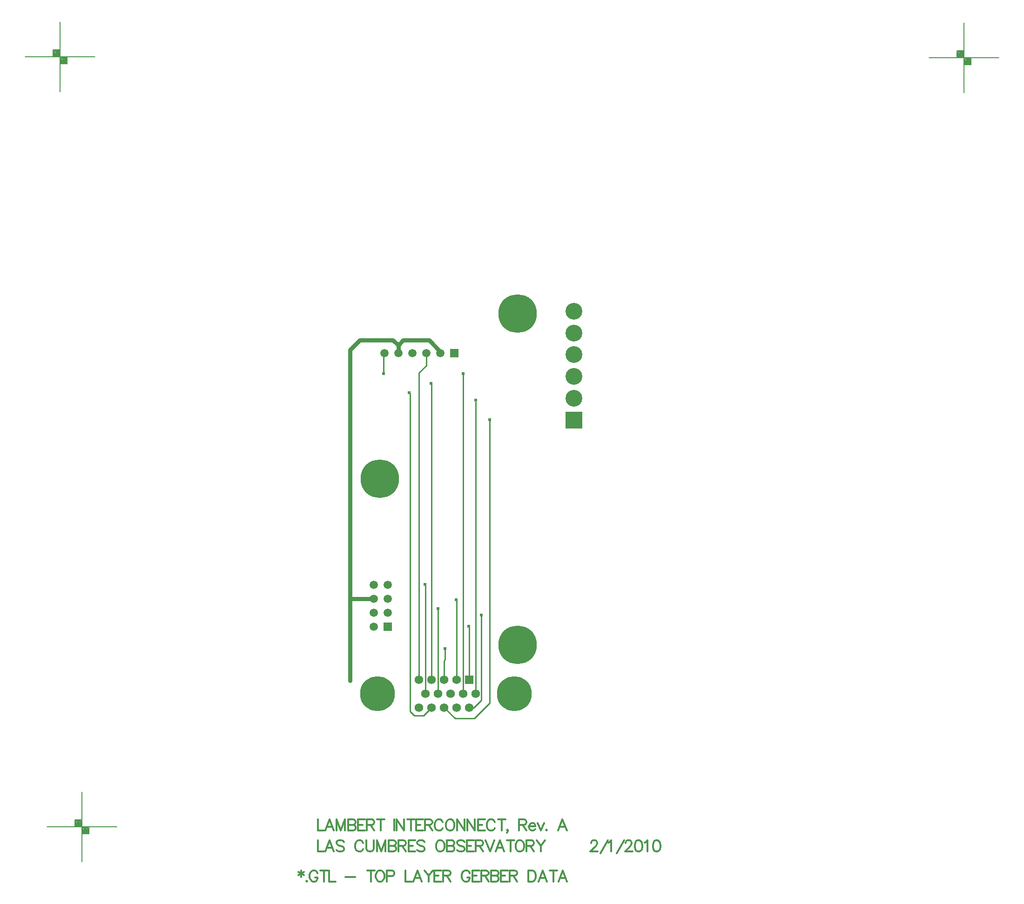
<source format=gtl>
%FSLAX25Y25*%
%MOIN*%
G70*
G01*
G75*
G04 Layer_Physical_Order=1*
G04 Layer_Color=255*
%ADD10C,0.01000*%
%ADD11C,0.03000*%
%ADD12C,0.01201*%
%ADD13C,0.00800*%
%ADD14C,0.01200*%
%ADD15C,0.01201*%
%ADD16R,0.05906X0.05906*%
%ADD17C,0.05906*%
%ADD18C,0.27559*%
%ADD19R,0.05906X0.05906*%
%ADD20R,0.12000X0.12000*%
%ADD21C,0.12000*%
%ADD22C,0.25000*%
%ADD23R,0.06200X0.06200*%
%ADD24C,0.06200*%
%ADD25C,0.02400*%
D10*
X68504Y32835D02*
Y244696D01*
X100039Y22835D02*
Y231961D01*
X98835Y12835D02*
X104139Y18139D01*
X95551Y12835D02*
X98835D01*
X77520D02*
X85354Y5000D01*
X99000D01*
X110000Y16000D01*
X62669Y7000D02*
X68504Y12835D01*
X56000Y7000D02*
X62669D01*
X53000Y10000D02*
X56000Y7000D01*
X110000Y16000D02*
Y218000D01*
X104139Y18139D02*
Y62000D01*
Y62861D01*
Y62000D02*
Y78861D01*
X104000Y79000D02*
X104139Y78861D01*
X95551Y32835D02*
Y70449D01*
X95000Y71000D02*
X95551Y70449D01*
X91024Y22835D02*
Y61000D01*
Y62000D01*
Y61000D02*
Y251976D01*
X91000Y252000D02*
X91024Y251976D01*
X34000Y252000D02*
Y266283D01*
X86535Y32835D02*
Y89465D01*
X86000Y90000D02*
X86535Y89465D01*
X77520Y32835D02*
Y46520D01*
X78000Y47000D01*
Y55000D01*
X72992Y22835D02*
Y83792D01*
X73000Y83800D01*
X68000Y245200D02*
X68504Y244696D01*
X63976Y22835D02*
Y101224D01*
X63900Y101300D02*
X63976Y101224D01*
X59488Y32835D02*
Y252788D01*
X64646Y257946D01*
Y266929D01*
X53000Y10000D02*
Y238000D01*
X52500Y238500D02*
X53000Y238000D01*
D11*
X10134Y90866D02*
X27008D01*
X10000Y32000D02*
Y91000D01*
X10134Y90866D01*
X44646Y266929D02*
Y272454D01*
X40900Y276200D02*
X44646Y272454D01*
X17100Y276200D02*
X40900D01*
X10000Y91000D02*
Y269100D01*
X17100Y276200D01*
X44646Y272454D02*
X48200Y276009D01*
X66591D01*
X74646Y267954D01*
Y266929D02*
Y267954D01*
D12*
X-24867Y-103813D02*
Y-108383D01*
X-26772Y-104955D02*
X-22963Y-107241D01*
Y-104955D02*
X-26772Y-107241D01*
X-20944Y-111049D02*
X-21325Y-111430D01*
X-20944Y-111811D01*
X-20563Y-111430D01*
X-20944Y-111049D01*
X-13098Y-105717D02*
X-13479Y-104955D01*
X-14241Y-104194D01*
X-15003Y-103813D01*
X-16526D01*
X-17288Y-104194D01*
X-18050Y-104955D01*
X-18431Y-105717D01*
X-18811Y-106860D01*
Y-108764D01*
X-18431Y-109907D01*
X-18050Y-110668D01*
X-17288Y-111430D01*
X-16526Y-111811D01*
X-15003D01*
X-14241Y-111430D01*
X-13479Y-110668D01*
X-13098Y-109907D01*
Y-108764D01*
X-15003D02*
X-13098D01*
X-8604Y-103813D02*
Y-111811D01*
X-11270Y-103813D02*
X-5938D01*
X-4986D02*
Y-111811D01*
X-415D01*
X6745Y-108383D02*
X13601D01*
X24913Y-103813D02*
Y-111811D01*
X22246Y-103813D02*
X27579D01*
X30816D02*
X30054Y-104194D01*
X29293Y-104955D01*
X28912Y-105717D01*
X28531Y-106860D01*
Y-108764D01*
X28912Y-109907D01*
X29293Y-110668D01*
X30054Y-111430D01*
X30816Y-111811D01*
X32340D01*
X33101Y-111430D01*
X33863Y-110668D01*
X34244Y-109907D01*
X34625Y-108764D01*
Y-106860D01*
X34244Y-105717D01*
X33863Y-104955D01*
X33101Y-104194D01*
X32340Y-103813D01*
X30816D01*
X36491Y-108002D02*
X39919D01*
X41061Y-107621D01*
X41442Y-107241D01*
X41823Y-106479D01*
Y-105336D01*
X41442Y-104575D01*
X41061Y-104194D01*
X39919Y-103813D01*
X36491D01*
Y-111811D01*
X49898Y-103813D02*
Y-111811D01*
X54468D01*
X61438D02*
X58391Y-103813D01*
X55344Y-111811D01*
X56487Y-109145D02*
X60295D01*
X63304Y-103813D02*
X66351Y-107621D01*
Y-111811D01*
X69398Y-103813D02*
X66351Y-107621D01*
X75378Y-103813D02*
X70427D01*
Y-111811D01*
X75378D01*
X70427Y-107621D02*
X73474D01*
X76711Y-103813D02*
Y-111811D01*
Y-103813D02*
X80139D01*
X81281Y-104194D01*
X81662Y-104575D01*
X82043Y-105336D01*
Y-106098D01*
X81662Y-106860D01*
X81281Y-107241D01*
X80139Y-107621D01*
X76711D01*
X79377D02*
X82043Y-111811D01*
X95831Y-105717D02*
X95450Y-104955D01*
X94688Y-104194D01*
X93926Y-103813D01*
X92403D01*
X91641Y-104194D01*
X90879Y-104955D01*
X90499Y-105717D01*
X90118Y-106860D01*
Y-108764D01*
X90499Y-109907D01*
X90879Y-110668D01*
X91641Y-111430D01*
X92403Y-111811D01*
X93926D01*
X94688Y-111430D01*
X95450Y-110668D01*
X95831Y-109907D01*
Y-108764D01*
X93926D02*
X95831D01*
X102610Y-103813D02*
X97659D01*
Y-111811D01*
X102610D01*
X97659Y-107621D02*
X100706D01*
X103943Y-103813D02*
Y-111811D01*
Y-103813D02*
X107371D01*
X108514Y-104194D01*
X108895Y-104575D01*
X109275Y-105336D01*
Y-106098D01*
X108895Y-106860D01*
X108514Y-107241D01*
X107371Y-107621D01*
X103943D01*
X106609D02*
X109275Y-111811D01*
X111065Y-103813D02*
Y-111811D01*
Y-103813D02*
X114493D01*
X115636Y-104194D01*
X116017Y-104575D01*
X116398Y-105336D01*
Y-106098D01*
X116017Y-106860D01*
X115636Y-107241D01*
X114493Y-107621D01*
X111065D02*
X114493D01*
X115636Y-108002D01*
X116017Y-108383D01*
X116398Y-109145D01*
Y-110287D01*
X116017Y-111049D01*
X115636Y-111430D01*
X114493Y-111811D01*
X111065D01*
X123139Y-103813D02*
X118188D01*
Y-111811D01*
X123139D01*
X118188Y-107621D02*
X121235D01*
X124472Y-103813D02*
Y-111811D01*
Y-103813D02*
X127900D01*
X129043Y-104194D01*
X129423Y-104575D01*
X129804Y-105336D01*
Y-106098D01*
X129423Y-106860D01*
X129043Y-107241D01*
X127900Y-107621D01*
X124472D01*
X127138D02*
X129804Y-111811D01*
X137879Y-103813D02*
Y-111811D01*
Y-103813D02*
X140545D01*
X141688Y-104194D01*
X142449Y-104955D01*
X142830Y-105717D01*
X143211Y-106860D01*
Y-108764D01*
X142830Y-109907D01*
X142449Y-110668D01*
X141688Y-111430D01*
X140545Y-111811D01*
X137879D01*
X151095D02*
X148048Y-103813D01*
X145001Y-111811D01*
X146144Y-109145D02*
X149952D01*
X155627Y-103813D02*
Y-111811D01*
X152961Y-103813D02*
X158293D01*
X165340Y-111811D02*
X162293Y-103813D01*
X159246Y-111811D01*
X160388Y-109145D02*
X164197D01*
D13*
X-207028Y-72528D02*
X-157028D01*
X-182028Y-97528D02*
Y-47528D01*
X-187028Y-67528D02*
X-187028Y-72528D01*
X-187028Y-67528D02*
X-182028Y-67528D01*
X-177028Y-72528D02*
X-177028Y-77528D01*
X-182028Y-77528D02*
X-177028Y-77528D01*
X-181528Y-73028D02*
X-177528D01*
Y-77028D02*
Y-73028D01*
X-181528Y-77028D02*
X-177528D01*
X-181528D02*
Y-73028D01*
X-181028Y-73528D02*
X-178028D01*
Y-76528D02*
Y-73528D01*
X-181028Y-76528D02*
X-178028D01*
X-181028D02*
Y-74028D01*
X-180528D02*
X-178528D01*
X-178528Y-76028D01*
X-180528Y-76028D02*
X-178528Y-76028D01*
X-180528Y-76028D02*
Y-74528D01*
X-180028Y-74528D02*
X-179028Y-74528D01*
Y-75528D02*
Y-74528D01*
X-180028Y-75528D02*
X-179028D01*
X-180028D02*
X-180028Y-74528D01*
Y-75028D02*
X-179028D01*
X-186528Y-68028D02*
X-182528D01*
Y-72028D02*
Y-68028D01*
X-186528Y-72028D02*
X-182528D01*
X-186528D02*
Y-68028D01*
X-186028Y-68528D02*
X-183028D01*
Y-71528D02*
Y-68528D01*
X-186028Y-71528D02*
X-183028D01*
X-186028D02*
Y-69028D01*
X-185528D02*
X-183528Y-69028D01*
Y-71028D02*
Y-69028D01*
X-185528Y-71028D02*
X-183528D01*
X-185528D02*
Y-69528D01*
X-185028D02*
X-184028D01*
X-184028Y-70528D02*
X-184028Y-69528D01*
X-185028Y-70528D02*
X-184028Y-70528D01*
X-185028Y-70528D02*
Y-69528D01*
Y-70028D02*
X-184028D01*
X-222728Y479172D02*
X-172728D01*
X-197728Y454172D02*
Y504172D01*
X-202728Y484172D02*
X-202728Y479172D01*
X-202728Y484172D02*
X-197728Y484172D01*
X-192728Y479172D02*
X-192728Y474172D01*
X-197728Y474172D02*
X-192728Y474172D01*
X-197228Y478672D02*
X-193228D01*
Y474672D02*
Y478672D01*
X-197228Y474672D02*
X-193228D01*
X-197228D02*
Y478672D01*
X-196728Y478172D02*
X-193728D01*
Y475172D02*
Y478172D01*
X-196728Y475172D02*
X-193728D01*
X-196728D02*
Y477672D01*
X-196228D02*
X-194228D01*
X-194228Y475672D01*
X-196228Y475672D02*
X-194228Y475672D01*
X-196228Y475672D02*
Y477172D01*
X-195728Y477172D02*
X-194728Y477172D01*
Y476172D02*
Y477172D01*
X-195728Y476172D02*
X-194728D01*
X-195728D02*
X-195728Y477172D01*
Y476672D02*
X-194728D01*
X-202228Y483672D02*
X-198228D01*
Y479672D02*
Y483672D01*
X-202228Y479672D02*
X-198228D01*
X-202228D02*
Y483672D01*
X-201728Y483172D02*
X-198728D01*
Y480172D02*
Y483172D01*
X-201728Y480172D02*
X-198728D01*
X-201728D02*
Y482672D01*
X-201228D02*
X-199228Y482672D01*
Y480672D02*
Y482672D01*
X-201227Y480672D02*
X-199228D01*
X-201227D02*
Y482172D01*
X-200728D02*
X-199727D01*
X-199728Y481172D02*
X-199727Y482172D01*
X-200728Y481172D02*
X-199728Y481172D01*
X-200728Y481172D02*
Y482172D01*
Y481672D02*
X-199728D01*
X424872Y478372D02*
X474872D01*
X449872Y453372D02*
Y503372D01*
X444872Y483372D02*
X444873Y478372D01*
X444872Y483372D02*
X449872Y483372D01*
X454872Y478372D02*
X454872Y473372D01*
X449872Y473372D02*
X454872Y473372D01*
X450372Y477872D02*
X454372D01*
Y473872D02*
Y477872D01*
X450372Y473872D02*
X454372D01*
X450372D02*
Y477872D01*
X450872Y477372D02*
X453872D01*
Y474372D02*
Y477372D01*
X450872Y474372D02*
X453872D01*
X450872D02*
Y476872D01*
X451372D02*
X453372D01*
X453372Y474872D01*
X451372Y474872D02*
X453372Y474872D01*
X451372Y474872D02*
Y476372D01*
X451872Y476372D02*
X452872Y476372D01*
Y475372D02*
Y476372D01*
X451872Y475372D02*
X452872D01*
X451872D02*
X451872Y476372D01*
Y475872D02*
X452872D01*
X445372Y482872D02*
X449372D01*
Y478872D02*
Y482872D01*
X445372Y478872D02*
X449372D01*
X445372D02*
Y482872D01*
X445872Y482372D02*
X448872D01*
Y479372D02*
Y482372D01*
X445872Y479372D02*
X448872D01*
X445872D02*
Y481872D01*
X446372D02*
X448372Y481872D01*
Y479872D02*
Y481872D01*
X446373Y479872D02*
X448372D01*
X446373D02*
Y481372D01*
X446872D02*
X447872D01*
X447872Y480372D02*
X447872Y481372D01*
X446872Y480372D02*
X447872Y480372D01*
X446872Y480372D02*
Y481372D01*
Y480872D02*
X447872D01*
D14*
X-13028Y-67283D02*
Y-75281D01*
X-8458D01*
X-1488D02*
X-4535Y-67283D01*
X-7582Y-75281D01*
X-6439Y-72615D02*
X-2631D01*
X378Y-67283D02*
Y-75281D01*
Y-67283D02*
X3425Y-75281D01*
X6472Y-67283D02*
X3425Y-75281D01*
X6472Y-67283D02*
Y-75281D01*
X8758Y-67283D02*
Y-75281D01*
Y-67283D02*
X12185D01*
X13328Y-67664D01*
X13709Y-68045D01*
X14090Y-68806D01*
Y-69568D01*
X13709Y-70330D01*
X13328Y-70711D01*
X12185Y-71092D01*
X8758D02*
X12185D01*
X13328Y-71472D01*
X13709Y-71853D01*
X14090Y-72615D01*
Y-73758D01*
X13709Y-74519D01*
X13328Y-74900D01*
X12185Y-75281D01*
X8758D01*
X20831Y-67283D02*
X15880D01*
Y-75281D01*
X20831D01*
X15880Y-71092D02*
X18927D01*
X22164Y-67283D02*
Y-75281D01*
Y-67283D02*
X25592D01*
X26735Y-67664D01*
X27115Y-68045D01*
X27496Y-68806D01*
Y-69568D01*
X27115Y-70330D01*
X26735Y-70711D01*
X25592Y-71092D01*
X22164D01*
X24830D02*
X27496Y-75281D01*
X31953Y-67283D02*
Y-75281D01*
X29286Y-67283D02*
X34619D01*
X41855D02*
Y-75281D01*
X43531Y-67283D02*
Y-75281D01*
Y-67283D02*
X48863Y-75281D01*
Y-67283D02*
Y-75281D01*
X53738Y-67283D02*
Y-75281D01*
X51072Y-67283D02*
X56404D01*
X62308D02*
X57357D01*
Y-75281D01*
X62308D01*
X57357Y-71092D02*
X60404D01*
X63641Y-67283D02*
Y-75281D01*
Y-67283D02*
X67069D01*
X68211Y-67664D01*
X68592Y-68045D01*
X68973Y-68806D01*
Y-69568D01*
X68592Y-70330D01*
X68211Y-70711D01*
X67069Y-71092D01*
X63641D01*
X66307D02*
X68973Y-75281D01*
X76476Y-69187D02*
X76095Y-68425D01*
X75334Y-67664D01*
X74572Y-67283D01*
X73048D01*
X72287Y-67664D01*
X71525Y-68425D01*
X71144Y-69187D01*
X70763Y-70330D01*
Y-72234D01*
X71144Y-73377D01*
X71525Y-74138D01*
X72287Y-74900D01*
X73048Y-75281D01*
X74572D01*
X75334Y-74900D01*
X76095Y-74138D01*
X76476Y-73377D01*
X81009Y-67283D02*
X80247Y-67664D01*
X79485Y-68425D01*
X79104Y-69187D01*
X78723Y-70330D01*
Y-72234D01*
X79104Y-73377D01*
X79485Y-74138D01*
X80247Y-74900D01*
X81009Y-75281D01*
X82532D01*
X83294Y-74900D01*
X84056Y-74138D01*
X84437Y-73377D01*
X84817Y-72234D01*
Y-70330D01*
X84437Y-69187D01*
X84056Y-68425D01*
X83294Y-67664D01*
X82532Y-67283D01*
X81009D01*
X86684D02*
Y-75281D01*
Y-67283D02*
X92016Y-75281D01*
Y-67283D02*
Y-75281D01*
X94225Y-67283D02*
Y-75281D01*
Y-67283D02*
X99557Y-75281D01*
Y-67283D02*
Y-75281D01*
X106717Y-67283D02*
X101766D01*
Y-75281D01*
X106717D01*
X101766Y-71092D02*
X104813D01*
X113763Y-69187D02*
X113383Y-68425D01*
X112621Y-67664D01*
X111859Y-67283D01*
X110336D01*
X109574Y-67664D01*
X108812Y-68425D01*
X108431Y-69187D01*
X108051Y-70330D01*
Y-72234D01*
X108431Y-73377D01*
X108812Y-74138D01*
X109574Y-74900D01*
X110336Y-75281D01*
X111859D01*
X112621Y-74900D01*
X113383Y-74138D01*
X113763Y-73377D01*
X118677Y-67283D02*
Y-75281D01*
X116011Y-67283D02*
X121343D01*
X123057Y-74900D02*
X122676Y-75281D01*
X122295Y-74900D01*
X122676Y-74519D01*
X123057Y-74900D01*
Y-75662D01*
X122676Y-76424D01*
X122295Y-76805D01*
X131093Y-67283D02*
Y-75281D01*
Y-67283D02*
X134521D01*
X135664Y-67664D01*
X136045Y-68045D01*
X136425Y-68806D01*
Y-69568D01*
X136045Y-70330D01*
X135664Y-70711D01*
X134521Y-71092D01*
X131093D01*
X133759D02*
X136425Y-75281D01*
X138215Y-72234D02*
X142786D01*
Y-71472D01*
X142405Y-70711D01*
X142024Y-70330D01*
X141262Y-69949D01*
X140120D01*
X139358Y-70330D01*
X138596Y-71092D01*
X138215Y-72234D01*
Y-72996D01*
X138596Y-74138D01*
X139358Y-74900D01*
X140120Y-75281D01*
X141262D01*
X142024Y-74900D01*
X142786Y-74138D01*
X144500Y-69949D02*
X146785Y-75281D01*
X149070Y-69949D02*
X146785Y-75281D01*
X150746Y-74519D02*
X150365Y-74900D01*
X150746Y-75281D01*
X151127Y-74900D01*
X150746Y-74519D01*
X165257Y-75281D02*
X162210Y-67283D01*
X159163Y-75281D01*
X160306Y-72615D02*
X164115D01*
D15*
X-13028Y-82284D02*
Y-90283D01*
X-8458D01*
X-1488D02*
X-4535Y-82284D01*
X-7582Y-90283D01*
X-6439Y-87617D02*
X-2631D01*
X5711Y-83427D02*
X4949Y-82665D01*
X3806Y-82284D01*
X2283D01*
X1140Y-82665D01*
X378Y-83427D01*
Y-84189D01*
X759Y-84951D01*
X1140Y-85331D01*
X1902Y-85712D01*
X4187Y-86474D01*
X4949Y-86855D01*
X5330Y-87236D01*
X5711Y-87998D01*
Y-89140D01*
X4949Y-89902D01*
X3806Y-90283D01*
X2283D01*
X1140Y-89902D01*
X378Y-89140D01*
X19498Y-84189D02*
X19117Y-83427D01*
X18355Y-82665D01*
X17594Y-82284D01*
X16070D01*
X15308Y-82665D01*
X14547Y-83427D01*
X14166Y-84189D01*
X13785Y-85331D01*
Y-87236D01*
X14166Y-88378D01*
X14547Y-89140D01*
X15308Y-89902D01*
X16070Y-90283D01*
X17594D01*
X18355Y-89902D01*
X19117Y-89140D01*
X19498Y-88378D01*
X21745Y-82284D02*
Y-87998D01*
X22126Y-89140D01*
X22888Y-89902D01*
X24030Y-90283D01*
X24792D01*
X25935Y-89902D01*
X26697Y-89140D01*
X27077Y-87998D01*
Y-82284D01*
X29286D02*
Y-90283D01*
Y-82284D02*
X32333Y-90283D01*
X35380Y-82284D02*
X32333Y-90283D01*
X35380Y-82284D02*
Y-90283D01*
X37666Y-82284D02*
Y-90283D01*
Y-82284D02*
X41093D01*
X42236Y-82665D01*
X42617Y-83046D01*
X42998Y-83808D01*
Y-84570D01*
X42617Y-85331D01*
X42236Y-85712D01*
X41093Y-86093D01*
X37666D02*
X41093D01*
X42236Y-86474D01*
X42617Y-86855D01*
X42998Y-87617D01*
Y-88759D01*
X42617Y-89521D01*
X42236Y-89902D01*
X41093Y-90283D01*
X37666D01*
X44788Y-82284D02*
Y-90283D01*
Y-82284D02*
X48216D01*
X49358Y-82665D01*
X49739Y-83046D01*
X50120Y-83808D01*
Y-84570D01*
X49739Y-85331D01*
X49358Y-85712D01*
X48216Y-86093D01*
X44788D01*
X47454D02*
X50120Y-90283D01*
X56861Y-82284D02*
X51910D01*
Y-90283D01*
X56861D01*
X51910Y-86093D02*
X54957D01*
X63527Y-83427D02*
X62765Y-82665D01*
X61622Y-82284D01*
X60099D01*
X58956Y-82665D01*
X58195Y-83427D01*
Y-84189D01*
X58575Y-84951D01*
X58956Y-85331D01*
X59718Y-85712D01*
X62003Y-86474D01*
X62765Y-86855D01*
X63146Y-87236D01*
X63527Y-87998D01*
Y-89140D01*
X62765Y-89902D01*
X61622Y-90283D01*
X60099D01*
X58956Y-89902D01*
X58195Y-89140D01*
X73886Y-82284D02*
X73125Y-82665D01*
X72363Y-83427D01*
X71982Y-84189D01*
X71601Y-85331D01*
Y-87236D01*
X71982Y-88378D01*
X72363Y-89140D01*
X73125Y-89902D01*
X73886Y-90283D01*
X75410D01*
X76172Y-89902D01*
X76933Y-89140D01*
X77314Y-88378D01*
X77695Y-87236D01*
Y-85331D01*
X77314Y-84189D01*
X76933Y-83427D01*
X76172Y-82665D01*
X75410Y-82284D01*
X73886D01*
X79561D02*
Y-90283D01*
Y-82284D02*
X82989D01*
X84132Y-82665D01*
X84513Y-83046D01*
X84894Y-83808D01*
Y-84570D01*
X84513Y-85331D01*
X84132Y-85712D01*
X82989Y-86093D01*
X79561D02*
X82989D01*
X84132Y-86474D01*
X84513Y-86855D01*
X84894Y-87617D01*
Y-88759D01*
X84513Y-89521D01*
X84132Y-89902D01*
X82989Y-90283D01*
X79561D01*
X92016Y-83427D02*
X91254Y-82665D01*
X90111Y-82284D01*
X88588D01*
X87445Y-82665D01*
X86684Y-83427D01*
Y-84189D01*
X87064Y-84951D01*
X87445Y-85331D01*
X88207Y-85712D01*
X90492Y-86474D01*
X91254Y-86855D01*
X91635Y-87236D01*
X92016Y-87998D01*
Y-89140D01*
X91254Y-89902D01*
X90111Y-90283D01*
X88588D01*
X87445Y-89902D01*
X86684Y-89140D01*
X98757Y-82284D02*
X93806D01*
Y-90283D01*
X98757D01*
X93806Y-86093D02*
X96853D01*
X100090Y-82284D02*
Y-90283D01*
Y-82284D02*
X103518D01*
X104661Y-82665D01*
X105042Y-83046D01*
X105422Y-83808D01*
Y-84570D01*
X105042Y-85331D01*
X104661Y-85712D01*
X103518Y-86093D01*
X100090D01*
X102756D02*
X105422Y-90283D01*
X107212Y-82284D02*
X110259Y-90283D01*
X113306Y-82284D02*
X110259Y-90283D01*
X120429D02*
X117382Y-82284D01*
X114335Y-90283D01*
X115477Y-87617D02*
X119286D01*
X124961Y-82284D02*
Y-90283D01*
X122295Y-82284D02*
X127627D01*
X130865D02*
X130103Y-82665D01*
X129341Y-83427D01*
X128960Y-84189D01*
X128579Y-85331D01*
Y-87236D01*
X128960Y-88378D01*
X129341Y-89140D01*
X130103Y-89902D01*
X130865Y-90283D01*
X132388D01*
X133150Y-89902D01*
X133912Y-89140D01*
X134292Y-88378D01*
X134673Y-87236D01*
Y-85331D01*
X134292Y-84189D01*
X133912Y-83427D01*
X133150Y-82665D01*
X132388Y-82284D01*
X130865D01*
X136540D02*
Y-90283D01*
Y-82284D02*
X139967D01*
X141110Y-82665D01*
X141491Y-83046D01*
X141872Y-83808D01*
Y-84570D01*
X141491Y-85331D01*
X141110Y-85712D01*
X139967Y-86093D01*
X136540D01*
X139206D02*
X141872Y-90283D01*
X143662Y-82284D02*
X146709Y-86093D01*
Y-90283D01*
X149756Y-82284D02*
X146709Y-86093D01*
X182587Y-84189D02*
Y-83808D01*
X182968Y-83046D01*
X183349Y-82665D01*
X184110Y-82284D01*
X185634D01*
X186396Y-82665D01*
X186776Y-83046D01*
X187157Y-83808D01*
Y-84570D01*
X186776Y-85331D01*
X186015Y-86474D01*
X182206Y-90283D01*
X187538D01*
X189328Y-91425D02*
X194660Y-82284D01*
X195194Y-83808D02*
X195955Y-83427D01*
X197098Y-82284D01*
Y-90283D01*
X201059Y-91425D02*
X206391Y-82284D01*
X207305Y-84189D02*
Y-83808D01*
X207686Y-83046D01*
X208067Y-82665D01*
X208829Y-82284D01*
X210352D01*
X211114Y-82665D01*
X211495Y-83046D01*
X211876Y-83808D01*
Y-84570D01*
X211495Y-85331D01*
X210733Y-86474D01*
X206925Y-90283D01*
X212257D01*
X216332Y-82284D02*
X215189Y-82665D01*
X214428Y-83808D01*
X214047Y-85712D01*
Y-86855D01*
X214428Y-88759D01*
X215189Y-89902D01*
X216332Y-90283D01*
X217094D01*
X218236Y-89902D01*
X218998Y-88759D01*
X219379Y-86855D01*
Y-85712D01*
X218998Y-83808D01*
X218236Y-82665D01*
X217094Y-82284D01*
X216332D01*
X221169Y-83808D02*
X221931Y-83427D01*
X223073Y-82284D01*
Y-90283D01*
X229320Y-82284D02*
X228177Y-82665D01*
X227415Y-83808D01*
X227034Y-85712D01*
Y-86855D01*
X227415Y-88759D01*
X228177Y-89902D01*
X229320Y-90283D01*
X230081D01*
X231224Y-89902D01*
X231986Y-88759D01*
X232367Y-86855D01*
Y-85712D01*
X231986Y-83808D01*
X231224Y-82665D01*
X230081Y-82284D01*
X229320D01*
D16*
X37008Y70866D02*
D03*
D17*
X27008D02*
D03*
X37008Y80866D02*
D03*
X27008D02*
D03*
X37008Y90866D02*
D03*
X27008D02*
D03*
X37008Y100866D02*
D03*
X27008D02*
D03*
X34646Y266929D02*
D03*
X44646D02*
D03*
X54646D02*
D03*
X64646D02*
D03*
X74646D02*
D03*
D18*
X31496Y176969D02*
D03*
X129921Y295079D02*
D03*
Y57874D02*
D03*
D19*
X84646Y266929D02*
D03*
D20*
X170472Y218898D02*
D03*
D21*
Y234498D02*
D03*
Y250098D02*
D03*
Y265698D02*
D03*
Y281298D02*
D03*
Y296898D02*
D03*
D22*
X127756Y22835D02*
D03*
X29756D02*
D03*
D23*
X95551Y32835D02*
D03*
D24*
Y12835D02*
D03*
X100039Y22835D02*
D03*
X86535Y12835D02*
D03*
X91024Y22835D02*
D03*
X86535Y32835D02*
D03*
X77520Y12835D02*
D03*
X82008Y22835D02*
D03*
X77520Y32835D02*
D03*
X68504Y12835D02*
D03*
X72992Y22835D02*
D03*
X68504Y32835D02*
D03*
X59488Y12835D02*
D03*
X63976Y22835D02*
D03*
X59488Y32835D02*
D03*
D25*
X10000Y32000D02*
D03*
X110000Y219000D02*
D03*
X104000Y79000D02*
D03*
X100000Y233000D02*
D03*
X95000Y71000D02*
D03*
X91000Y252000D02*
D03*
X34000D02*
D03*
X86000Y90000D02*
D03*
X78000Y55000D02*
D03*
X73000Y83800D02*
D03*
X68000Y245200D02*
D03*
X63900Y101300D02*
D03*
X52500Y238500D02*
D03*
M02*

</source>
